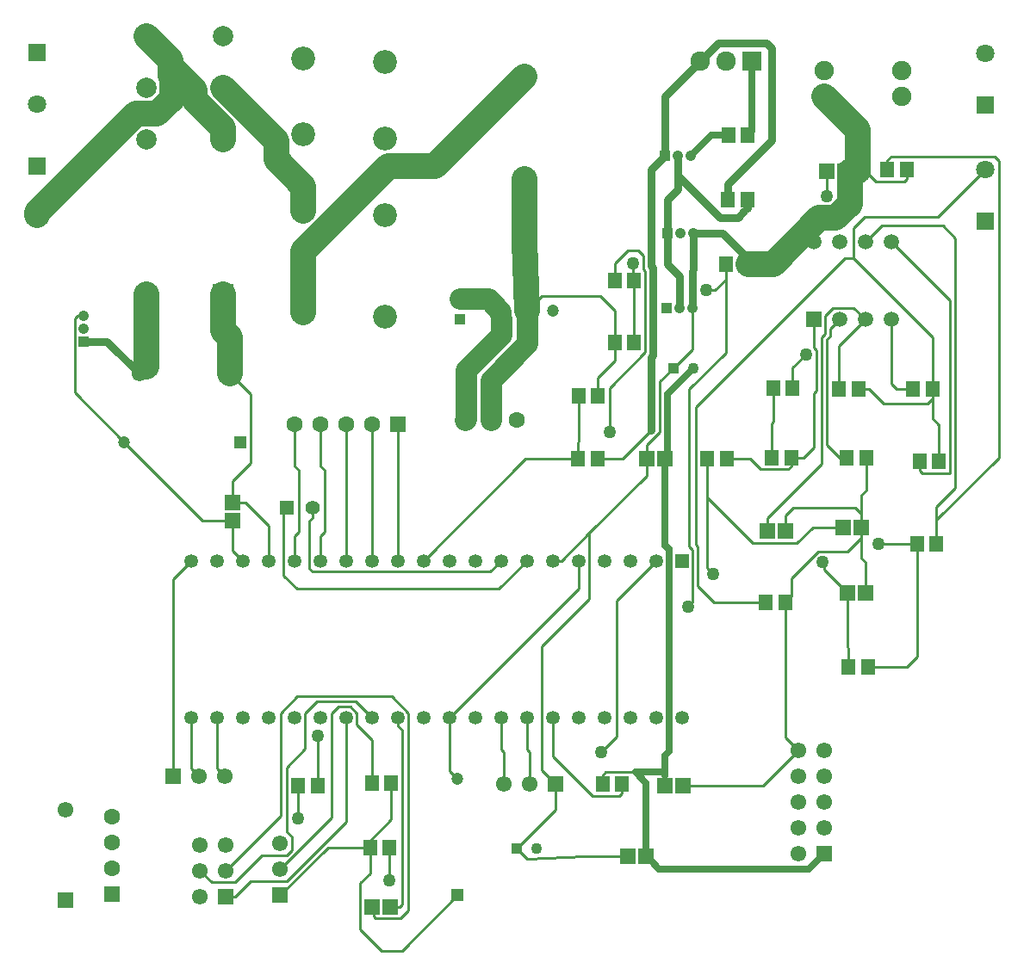
<source format=gtl>
G04*
G04 #@! TF.GenerationSoftware,Altium Limited,Altium Designer,23.0.1 (38)*
G04*
G04 Layer_Physical_Order=1*
G04 Layer_Color=255*
%FSLAX44Y44*%
%MOMM*%
G71*
G04*
G04 #@! TF.SameCoordinates,110CD8AD-1924-4517-BBA5-4E1113904411*
G04*
G04*
G04 #@! TF.FilePolarity,Positive*
G04*
G01*
G75*
%ADD15C,0.2540*%
%ADD17R,1.4000X1.5500*%
%ADD18R,1.5046X1.5562*%
%ADD19R,1.5562X1.5046*%
%ADD27C,1.7780*%
%ADD28R,1.7780X1.7780*%
%ADD42R,2.0000X2.0000*%
%ADD43C,2.0000*%
%ADD44C,1.2000*%
%ADD45R,1.2000X1.2000*%
%ADD46R,1.2000X1.2000*%
%ADD47R,1.3500X1.3500*%
%ADD48C,1.3500*%
%ADD49R,1.5500X1.5500*%
%ADD50C,1.5500*%
%ADD51R,1.5500X1.5500*%
%ADD56C,2.5400*%
%ADD57C,2.1590*%
%ADD58C,0.6350*%
%ADD59C,0.7620*%
%ADD60C,1.2700*%
%ADD61C,1.8000*%
%ADD62R,1.8000X1.8000*%
%ADD63C,1.5000*%
%ADD64R,1.5000X1.5000*%
%ADD65R,1.1000X1.1000*%
%ADD66C,1.1000*%
%ADD67R,1.9200X1.9200*%
%ADD68C,1.9200*%
%ADD69C,1.9050*%
%ADD70R,1.0500X1.0500*%
%ADD71C,1.0500*%
%ADD72R,1.1000X1.1000*%
%ADD73C,1.4000*%
%ADD74R,1.4000X1.4000*%
%ADD75R,1.0500X1.0500*%
%ADD76C,1.6000*%
%ADD77R,1.6000X1.6000*%
%ADD78C,2.3400*%
%ADD79R,1.6000X1.6000*%
%ADD80C,1.2700*%
D15*
X1110000Y1651000D02*
X1117854D01*
X1102145D02*
X1110000D01*
X901080Y1472762D02*
Y1552328D01*
X899160Y1554248D02*
X901080Y1552328D01*
X865886Y1393952D02*
Y1437568D01*
X889000Y1544270D02*
Y1560322D01*
X902852Y1367790D02*
Y1381280D01*
X915670Y1394098D02*
Y1443670D01*
X878586Y1367790D02*
X906780Y1395984D01*
X889000Y1544270D02*
X890220Y1543050D01*
X899160Y1554248D02*
Y1567942D01*
X894080Y1573022D02*
X899160Y1567942D01*
X902852Y1381280D02*
X915670Y1394098D01*
X865886Y1437568D02*
X901080Y1472762D01*
X1001980Y1686560D02*
X1005840Y1690420D01*
X1038860Y1226820D02*
X1044590Y1232550D01*
X1075550Y1266330D02*
X1077494Y1264386D01*
Y1258176D02*
X1099702Y1235968D01*
X1044590Y1232550D02*
Y1249739D01*
X1071341Y1276490D02*
X1100078D01*
X1099702Y1200776D02*
Y1235968D01*
X1044590Y1249739D02*
X1071341Y1276490D01*
X1100078D02*
X1113908Y1290320D01*
X1077494Y1258176D02*
Y1264386D01*
X1074166Y1487036D02*
X1078110Y1490980D01*
X1069340Y1434754D02*
Y1474868D01*
X1079246Y1430291D02*
X1079500Y1430545D01*
X1079246Y1479331D02*
X1079500Y1479077D01*
X1066800Y1432214D02*
X1069340Y1434754D01*
X1074420Y1432650D02*
Y1476973D01*
X1079246Y1479331D02*
Y1484616D01*
X1074166Y1432396D02*
X1074420Y1432650D01*
X1079246Y1381760D02*
Y1430291D01*
X1066800Y1477408D02*
X1069340Y1474868D01*
X1074166Y1477227D02*
X1074420Y1476973D01*
X1045820Y1457300D02*
X1059180Y1470660D01*
X1066800Y1379220D02*
Y1432214D01*
X1074166Y1362456D02*
Y1432396D01*
X1045820Y1437640D02*
Y1457300D01*
X1066800Y1477408D02*
Y1504950D01*
X1079500Y1430545D02*
Y1479077D01*
X1020844Y1309134D02*
X1074166Y1362456D01*
Y1477227D02*
Y1487036D01*
X1056640Y1369060D02*
X1066800Y1379220D01*
X861974Y1059434D02*
X891540D01*
X1113908Y1313316D02*
Y1332484D01*
Y1270000D02*
Y1290320D01*
X819150Y1267460D02*
X846328Y1294638D01*
X962050Y1329792D02*
Y1367790D01*
Y1260450D02*
Y1329792D01*
X1187400Y1307288D02*
Y1320800D01*
Y1283970D02*
Y1307288D01*
X545592Y1252982D02*
Y1319530D01*
X1183590Y1427480D02*
Y1436370D01*
Y1407210D02*
Y1427480D01*
X1105916Y1564894D02*
X1183590Y1487220D01*
X1105662Y1565148D02*
X1105916Y1564894D01*
X980440Y1544320D02*
Y1559560D01*
Y1472184D02*
Y1544320D01*
X495300Y1324728D02*
X508000D01*
X530860Y1301868D01*
Y1267460D02*
Y1301868D01*
X495300Y1324728D02*
Y1345438D01*
X513080Y1363218D01*
Y1431240D01*
X492710Y1451610D02*
X513080Y1431240D01*
X589280Y985520D02*
X630580D01*
X542290Y938530D02*
X589280Y985520D01*
X495300Y1277620D02*
Y1306712D01*
Y1277620D02*
X505460Y1267460D01*
X947420Y1475420D02*
Y1516380D01*
X928690Y1456690D02*
X947420Y1475420D01*
X842010Y976630D02*
X883920D01*
X785114Y973836D02*
X842010Y976630D01*
X774700Y984250D02*
X785114Y973836D01*
X774700Y984250D02*
X812800Y1022350D01*
Y1047750D01*
X1113908Y1270000D02*
X1117718Y1266190D01*
Y1235710D02*
Y1266190D01*
X846328Y1294638D02*
X902852Y1351162D01*
X846328Y1229614D02*
Y1294638D01*
X799592Y1182878D02*
X846328Y1229614D01*
X799592Y1060958D02*
Y1182878D01*
Y1060958D02*
X812800Y1047750D01*
X1038860Y1093470D02*
Y1226820D01*
Y1093470D02*
X1051560Y1080770D01*
X1099702Y1200776D02*
X1101090Y1163320D01*
X488950Y962660D02*
X542798Y1016508D01*
Y1117600D01*
X559308Y1134110D01*
X652018D01*
X668528Y1117600D01*
Y923544D02*
Y1117600D01*
X660400Y915416D02*
X668528Y923544D01*
X635000Y915416D02*
X660400D01*
X632224Y927100D02*
X635000Y915416D01*
X403910Y1451610D02*
X410810Y1458510D01*
X683260Y1267460D02*
X783590Y1367790D01*
X835050D01*
X835660Y1399642D02*
Y1430020D01*
X835050Y1367790D02*
X835660Y1399642D01*
X1130300Y1283970D02*
X1168400D01*
X579070Y1046480D02*
Y1095502D01*
X542290Y963930D02*
X593090Y1014730D01*
Y1117600D01*
X599440Y1123950D01*
X611378D01*
X617728Y1117600D01*
Y1105916D02*
Y1117600D01*
Y1105916D02*
X632510Y1091134D01*
Y1049020D02*
Y1091134D01*
X708660Y1060660D02*
Y1113155D01*
Y1060660D02*
X716280Y1053040D01*
X581660Y1267460D02*
Y1291336D01*
X585978Y1295654D01*
Y1356360D01*
X581660Y1360678D02*
X585978Y1356360D01*
X581660Y1360678D02*
Y1402080D01*
X556260Y1267460D02*
Y1291336D01*
X560578Y1295654D01*
Y1356360D01*
X556260Y1360678D02*
X560578Y1356360D01*
X556260Y1360678D02*
Y1402080D01*
X871220Y1543050D02*
Y1560322D01*
X883920Y1573022D01*
X894080D01*
X436880Y1055370D02*
Y1249680D01*
X454660Y1267460D01*
Y1062990D02*
Y1113155D01*
Y1062990D02*
X462280Y1055370D01*
X480060Y1062990D02*
Y1113155D01*
Y1062990D02*
X487680Y1055370D01*
X607060Y1010666D02*
Y1113155D01*
X548640Y952246D02*
X607060Y1010666D01*
X512956Y952246D02*
X548640D01*
X497970Y937260D02*
X512956Y952246D01*
X488950Y937260D02*
X497970D01*
X878180Y1038860D02*
Y1047750D01*
X875234Y1035914D02*
X878180Y1038860D01*
X849426Y1035914D02*
X875234D01*
X810260Y1075080D02*
X849426Y1035914D01*
X810260Y1075080D02*
Y1113155D01*
X649580Y953262D02*
Y985520D01*
X1189228Y1605788D02*
X1235710Y1652270D01*
X1116584Y1605788D02*
X1189228D01*
X1105916Y1595120D02*
X1116584Y1605788D01*
X1105916Y1564894D02*
Y1595120D01*
X1183590Y1436370D02*
Y1487220D01*
Y1407210D02*
X1189990Y1400810D01*
Y1365250D02*
Y1400810D01*
X890220Y1512620D02*
Y1543050D01*
Y1512620D02*
X890270Y1482090D01*
X560070Y1013968D02*
Y1046480D01*
X943102Y1222248D02*
X947820Y1226966D01*
Y1278128D01*
X944372Y1281576D02*
X947820Y1278128D01*
X944372Y1281576D02*
Y1436116D01*
X980440Y1472184D01*
X969518Y1533398D02*
X980440Y1544320D01*
X961136Y1533398D02*
X969518D01*
X968893Y1226820D02*
X1019860D01*
X952900Y1242812D02*
X968893Y1226820D01*
X952900Y1242812D02*
Y1281440D01*
X951240Y1283100D02*
X952900Y1281440D01*
X951240Y1283100D02*
Y1418854D01*
X1097534Y1565148D01*
X1105662D01*
X962050Y1260450D02*
X968248Y1254252D01*
X661880Y883920D02*
X716280Y938320D01*
X641560Y883920D02*
X661880D01*
X620776Y904704D02*
X641560Y883920D01*
X620776Y904704D02*
Y950062D01*
X630580Y959866D01*
Y985520D01*
X857504Y1079246D02*
X872744Y1094486D01*
Y1228344D01*
X911860Y1267460D01*
X616585Y1129030D02*
X632460Y1113155D01*
X578358Y1129030D02*
X616585D01*
X566928Y1117600D02*
X578358Y1129030D01*
X566928Y1082294D02*
Y1117600D01*
X548386Y1063752D02*
X566928Y1082294D01*
X548386Y1000890D02*
Y1063752D01*
Y1000890D02*
X553850Y995426D01*
Y982980D02*
Y995426D01*
X548640Y977770D02*
X553850Y982980D01*
X524634Y977770D02*
X548640D01*
X497840Y950976D02*
X524634Y977770D01*
X475234Y950976D02*
X497840D01*
X463550Y962660D02*
X475234Y950976D01*
X574040Y1309624D02*
Y1319530D01*
X570992Y1306576D02*
X574040Y1309624D01*
X570992Y1259840D02*
Y1306576D01*
Y1259840D02*
X574040Y1256792D01*
X748792D01*
X759460Y1267460D01*
X545592Y1319530D02*
X548640D01*
X545592Y1252982D02*
X558800Y1239774D01*
X757174D01*
X784860Y1267460D01*
X657860Y1105154D02*
Y1113155D01*
Y1105154D02*
X662432Y1100582D01*
Y929640D02*
Y1100582D01*
X659892Y927100D02*
X662432Y929640D01*
X650240Y927100D02*
X659892D01*
X1079382Y1626108D02*
Y1651000D01*
X1170990Y1356360D02*
Y1365250D01*
Y1356360D02*
X1173784Y1353566D01*
X1200912D01*
Y1523238D01*
X1143000Y1581150D02*
X1200912Y1523238D01*
X1117600Y1581150D02*
X1133856Y1597406D01*
X1193546D01*
X1205992Y1584960D01*
Y1339392D02*
Y1584960D01*
X1187400Y1320800D02*
X1205992Y1339392D01*
X708660Y1113155D02*
X835660Y1240155D01*
Y1267460D01*
X915670Y1443670D02*
X928690Y1456690D01*
X859180Y1047750D02*
Y1056640D01*
X1020844Y1296670D02*
Y1309134D01*
X1078110Y1490980D02*
Y1508760D01*
X1085730Y1516380D01*
X1106170D01*
X1117600Y1504950D01*
X1038860Y1296670D02*
Y1312164D01*
X1046480Y1319784D01*
X1107440D01*
X1113908Y1313316D01*
Y1300480D02*
Y1313316D01*
Y1290320D02*
Y1300480D01*
X962050Y1329792D02*
X1006856Y1284986D01*
X1050290D01*
X1065784Y1300480D01*
X1095892D01*
X1044550Y1369060D02*
X1056640D01*
X1139240Y1652270D02*
Y1661464D01*
X1143000Y1665224D01*
X1244600D01*
X1248664Y1661160D01*
Y1368552D02*
Y1661160D01*
X1187400Y1307288D02*
X1248664Y1368552D01*
X1083190Y1495940D02*
X1092200Y1504950D01*
X1083190Y1488560D02*
Y1495940D01*
X1079246Y1484616D02*
X1083190Y1488560D01*
X1079246Y1381760D02*
X1091946Y1369060D01*
X1099210D01*
X785060Y1513840D02*
X799030Y1527810D01*
X857300D01*
X871270Y1513840D01*
Y1482090D02*
Y1513840D01*
X1178510Y1422400D02*
X1183590Y1427480D01*
X1135380Y1422400D02*
X1178510D01*
X1121410Y1436370D02*
X1135380Y1422400D01*
X1110590Y1436370D02*
X1121410D01*
X854050Y1367790D02*
X878586D01*
X810260Y1267460D02*
X819150D01*
X902852Y1351162D02*
Y1367790D01*
X388410Y1384300D02*
X465998Y1306712D01*
X495300D01*
X998220Y1611376D02*
X1001370Y1614526D01*
X1168400Y1173480D02*
Y1283970D01*
X1158240Y1163320D02*
X1168400Y1173480D01*
X1120090Y1163320D02*
X1158240D01*
X1091590Y1436370D02*
Y1478940D01*
X1117600Y1504950D01*
X630580Y985520D02*
Y992276D01*
X651510Y1013206D01*
Y1049020D01*
X1143000Y1441450D02*
Y1504950D01*
Y1441450D02*
X1148080Y1436370D01*
X1164590D01*
X340106Y1432604D02*
X388410Y1384300D01*
X340106Y1432604D02*
Y1506220D01*
X342646Y1508760D01*
X349250D01*
X938648Y1046480D02*
X1017270D01*
X1051560Y1080770D01*
X1158240Y1643126D02*
Y1652270D01*
X1155700Y1640586D02*
X1158240Y1643126D01*
X1128268Y1640586D02*
X1155700D01*
X1117854Y1651000D02*
X1128268Y1640586D01*
X859180Y1056640D02*
X861974Y1059434D01*
X917838D02*
X920632Y1056640D01*
Y1046480D02*
Y1056640D01*
X1044550Y1360526D02*
Y1369060D01*
X1041400Y1357376D02*
X1044550Y1360526D01*
X1014730Y1357376D02*
X1041400D01*
X1004316Y1367790D02*
X1014730Y1357376D01*
X981050Y1367790D02*
X1004316D01*
X871270Y1464156D02*
Y1482090D01*
X854660Y1447546D02*
X871270Y1464156D01*
X854660Y1430020D02*
Y1447546D01*
X1118210Y1336786D02*
Y1369060D01*
X1113908Y1332484D02*
X1118210Y1336786D01*
X657860Y1267460D02*
Y1402080D01*
X632460Y1267460D02*
Y1402080D01*
X607060Y1267460D02*
Y1402080D01*
X759460Y1081532D02*
Y1113155D01*
Y1081532D02*
X762000Y1078992D01*
Y1047750D02*
Y1078992D01*
X784860Y1081532D02*
Y1113155D01*
Y1081532D02*
X787400Y1078992D01*
Y1047750D02*
Y1078992D01*
X1026820Y1403858D02*
Y1437640D01*
X1025550Y1402588D02*
X1026820Y1403858D01*
X1025550Y1369060D02*
Y1402588D01*
D17*
X1026820Y1437640D02*
D03*
X1045820D02*
D03*
X1099210Y1369060D02*
D03*
X1118210D02*
D03*
X962050Y1367790D02*
D03*
X981050D02*
D03*
X1091590Y1436370D02*
D03*
X1110590D02*
D03*
X1025550Y1369060D02*
D03*
X1044550D02*
D03*
X1019860Y1226820D02*
D03*
X1038860D02*
D03*
X1139240Y1652270D02*
D03*
X1158240D02*
D03*
X1101090Y1163320D02*
D03*
X1120090D02*
D03*
X1170990Y1365250D02*
D03*
X1189990D02*
D03*
X1164590Y1436370D02*
D03*
X1183590D02*
D03*
X1168400Y1283970D02*
D03*
X1187400D02*
D03*
X980440Y1559560D02*
D03*
X999440D02*
D03*
X982980Y1686560D02*
D03*
X1001980D02*
D03*
X982370Y1623060D02*
D03*
X1001370D02*
D03*
X859180Y1047750D02*
D03*
X878180D02*
D03*
X630580Y985520D02*
D03*
X649580D02*
D03*
X560070Y1046480D02*
D03*
X579070D02*
D03*
X632510Y1049020D02*
D03*
X651510D02*
D03*
X871270Y1482090D02*
D03*
X890270D02*
D03*
X871220Y1543050D02*
D03*
X890220D02*
D03*
X835660Y1430020D02*
D03*
X854660D02*
D03*
X835050Y1367790D02*
D03*
X854050D02*
D03*
D18*
X1099702Y1235710D02*
D03*
X1117718D02*
D03*
X1020844Y1296670D02*
D03*
X1038860D02*
D03*
X1095892Y1300480D02*
D03*
X1113908D02*
D03*
X1079382Y1651000D02*
D03*
X1097398D02*
D03*
X902852Y1367790D02*
D03*
X920868D02*
D03*
X632224Y927100D02*
D03*
X650240D02*
D03*
X901936Y976630D02*
D03*
X883920D02*
D03*
X920632Y1046480D02*
D03*
X938648D02*
D03*
D19*
X495300Y1324728D02*
D03*
Y1306712D02*
D03*
D27*
X782320Y1743456D02*
D03*
D28*
Y1643380D02*
D03*
D42*
X485810Y1529500D02*
D03*
D43*
X410810D02*
D03*
X485810Y1732500D02*
D03*
Y1681700D02*
D03*
Y1783300D02*
D03*
X410810D02*
D03*
Y1732500D02*
D03*
Y1681700D02*
D03*
D44*
X810060Y1513840D02*
D03*
X716280Y1053040D02*
D03*
X388410Y1384300D02*
D03*
D45*
X785060Y1513840D02*
D03*
X503130Y1384300D02*
D03*
D46*
X716280Y938320D02*
D03*
D47*
X937260Y1267460D02*
D03*
D48*
X911860D02*
D03*
X886460D02*
D03*
X861060D02*
D03*
X835660D02*
D03*
X810260D02*
D03*
X784860D02*
D03*
X759460D02*
D03*
X734060D02*
D03*
X708660D02*
D03*
X683260D02*
D03*
X657860D02*
D03*
X632460D02*
D03*
X607060D02*
D03*
X581660D02*
D03*
X556260D02*
D03*
X530860D02*
D03*
X505460D02*
D03*
X480060D02*
D03*
X454660D02*
D03*
Y1113155D02*
D03*
X480060D02*
D03*
X505460D02*
D03*
X530860D02*
D03*
X556260D02*
D03*
X581660D02*
D03*
X607060D02*
D03*
X632460D02*
D03*
X657860D02*
D03*
X683260D02*
D03*
X708660D02*
D03*
X734060D02*
D03*
X759460D02*
D03*
X784860D02*
D03*
X810260D02*
D03*
X835660D02*
D03*
X861060D02*
D03*
X886460D02*
D03*
X911860D02*
D03*
X937260D02*
D03*
D49*
X1076960Y979170D02*
D03*
X488950Y937260D02*
D03*
X542290Y938530D02*
D03*
X331470Y933500D02*
D03*
D50*
X1076960Y1004570D02*
D03*
Y1029970D02*
D03*
Y1055370D02*
D03*
Y1080770D02*
D03*
X1051560Y979170D02*
D03*
Y1004570D02*
D03*
Y1029970D02*
D03*
Y1055370D02*
D03*
Y1080770D02*
D03*
X463550Y988060D02*
D03*
Y962660D02*
D03*
X488950Y988060D02*
D03*
Y962660D02*
D03*
X463550Y937260D02*
D03*
X762000Y1047750D02*
D03*
X787400D02*
D03*
X542290Y989330D02*
D03*
Y963930D02*
D03*
X487680Y1055370D02*
D03*
X462280D02*
D03*
X331470Y1022300D02*
D03*
X403910Y1451610D02*
D03*
D51*
X812800Y1047750D02*
D03*
X436880Y1055370D02*
D03*
X492710Y1451610D02*
D03*
D56*
X1102145Y1618338D02*
Y1651000D01*
X1110000D02*
Y1691620D01*
X1076960Y1724660D02*
X1110000Y1691620D01*
X1002680Y1559560D02*
X1027430D01*
X1072388Y1604518D01*
X1088325D02*
X1102145Y1618338D01*
X1072388Y1604518D02*
X1088325D01*
X538210Y1662700D02*
Y1680100D01*
Y1662700D02*
X565150Y1635760D01*
Y1511630D02*
Y1572117D01*
Y1611630D02*
Y1635760D01*
Y1572117D02*
X648843Y1655810D01*
X694674D02*
X782320Y1743456D01*
X485810Y1732500D02*
X538210Y1680100D01*
X648843Y1655810D02*
X694674D01*
X485810Y1681700D02*
Y1692987D01*
X457870Y1720927D02*
X485810Y1692987D01*
X434340Y1753870D02*
X457870Y1730340D01*
Y1720927D02*
Y1730340D01*
X400355Y1706940D02*
X420945D01*
X303530Y1610115D02*
X400355Y1706940D01*
X303530Y1607820D02*
Y1610115D01*
X434340Y1744665D02*
X436050Y1742955D01*
X420945Y1706940D02*
X436050Y1722045D01*
Y1742955D01*
X434340Y1744665D02*
Y1759770D01*
X410810Y1783300D02*
X434340Y1759770D01*
X782320Y1581350D02*
Y1643380D01*
Y1581350D02*
X785060Y1513840D01*
X410810Y1458510D02*
Y1529500D01*
X485810Y1493816D02*
Y1529500D01*
Y1493816D02*
X492710Y1486916D01*
Y1451610D02*
Y1486916D01*
D57*
X785060Y1480855D02*
Y1513840D01*
X759821Y1489741D02*
Y1502260D01*
X718820Y1524950D02*
X746764D01*
X725170Y1455090D02*
X759821Y1489741D01*
X759459Y1502622D02*
X759821Y1502260D01*
X746764Y1524950D02*
X759052Y1512663D01*
X759459Y1502622D01*
X725170Y1407160D02*
Y1455090D01*
X723900Y1405890D02*
X725170Y1407160D01*
X749300Y1406290D02*
Y1445095D01*
X785060Y1480855D01*
D58*
X901936Y976630D02*
Y1049038D01*
Y976372D02*
Y976630D01*
X906284Y972024D02*
X906542D01*
X1061720Y963930D02*
X1076960Y979170D01*
X914636Y963930D02*
X1061720D01*
X906542Y972024D02*
X914636Y963930D01*
X901936Y976372D02*
X906284Y972024D01*
X923290Y1431290D02*
X948690Y1456690D01*
X920868Y1367790D02*
X923290Y1370212D01*
Y1431290D01*
X1005840Y1690420D02*
Y1758950D01*
X920632Y1056640D02*
Y1075944D01*
X891540Y1059434D02*
X917838D01*
X891540D02*
X901936Y1049038D01*
X946150Y1666240D02*
X966470Y1686560D01*
X982980D01*
X920632Y1075944D02*
X924560Y1079872D01*
Y1278890D01*
X920868Y1282582D02*
X924560Y1278890D01*
X920868Y1282582D02*
Y1367790D01*
D59*
X349250Y1483360D02*
X372160D01*
X403910Y1451610D01*
X982370Y1637944D02*
X1025144Y1680718D01*
X972566Y1776476D02*
X1020680D01*
X1025144Y1772012D01*
Y1680718D02*
Y1772012D01*
X933450Y1646682D02*
X974852Y1605280D01*
X992124D02*
X998220Y1611376D01*
X974852Y1605280D02*
X992124D01*
X906780Y1395984D02*
Y1467686D01*
Y1557405D02*
Y1652270D01*
X920750Y1666240D01*
X908700Y1469606D02*
Y1555485D01*
X906780Y1467686D02*
X908700Y1469606D01*
X906780Y1557405D02*
X908700Y1555485D01*
X933450Y1646682D02*
Y1666240D01*
Y1633220D02*
Y1646682D01*
X976884Y1590040D02*
X999440Y1567484D01*
X948690Y1590040D02*
X976884D01*
X955040Y1758950D02*
X972566Y1776476D01*
X982370Y1623060D02*
Y1637944D01*
X1001370Y1614526D02*
Y1623060D01*
X920750Y1666240D02*
Y1724660D01*
X955040Y1758950D01*
X948690Y1553718D02*
Y1590040D01*
X947420Y1552448D02*
X948690Y1553718D01*
X947420Y1516380D02*
Y1552448D01*
X923290Y1623060D02*
X933450Y1633220D01*
X923290Y1590040D02*
Y1623060D01*
Y1558798D02*
Y1590040D01*
Y1558798D02*
X934720Y1547368D01*
Y1516380D02*
Y1547368D01*
D60*
X748900Y1405890D02*
X749300Y1406290D01*
D61*
X1235710Y1766570D02*
D03*
Y1652270D02*
D03*
X303530Y1605280D02*
D03*
Y1717040D02*
D03*
D62*
X1235710Y1715770D02*
D03*
Y1601470D02*
D03*
X303530Y1656080D02*
D03*
Y1767840D02*
D03*
D63*
X1143000Y1581150D02*
D03*
X1117600D02*
D03*
X1092200D02*
D03*
X1066800D02*
D03*
X1143000Y1504950D02*
D03*
X1117600D02*
D03*
X1092200D02*
D03*
D64*
X1066800D02*
D03*
D65*
X928690Y1456690D02*
D03*
X774700Y984250D02*
D03*
D66*
X948690Y1456690D02*
D03*
X794700Y984250D02*
D03*
X718820Y1524950D02*
D03*
D67*
X1005840Y1758950D02*
D03*
D68*
X980440D02*
D03*
X955040D02*
D03*
D69*
X1153160Y1750060D02*
D03*
Y1724660D02*
D03*
X1076960D02*
D03*
Y1750060D02*
D03*
D70*
X922020Y1516380D02*
D03*
X923290Y1590040D02*
D03*
X920750Y1666240D02*
D03*
D71*
X934720Y1516380D02*
D03*
X947420D02*
D03*
X935990Y1590040D02*
D03*
X948690D02*
D03*
X933450Y1666240D02*
D03*
X946150D02*
D03*
X349250Y1496060D02*
D03*
Y1508760D02*
D03*
D72*
X718820Y1504950D02*
D03*
D73*
X574040Y1319530D02*
D03*
D74*
X548640D02*
D03*
D75*
X349250Y1483360D02*
D03*
D76*
X774900Y1405890D02*
D03*
X723900D02*
D03*
X748900D02*
D03*
X377190Y1016000D02*
D03*
Y990600D02*
D03*
Y965200D02*
D03*
X607060Y1402080D02*
D03*
X632460D02*
D03*
X581660D02*
D03*
X556260D02*
D03*
D77*
X377190Y939800D02*
D03*
D78*
X645160Y1757750D02*
D03*
Y1682750D02*
D03*
Y1607750D02*
D03*
Y1507750D02*
D03*
X565150Y1761630D02*
D03*
Y1686630D02*
D03*
Y1611630D02*
D03*
Y1511630D02*
D03*
D79*
X657860Y1402080D02*
D03*
D80*
X889000Y1560322D02*
D03*
X1075550Y1266330D02*
D03*
X1059180Y1470660D02*
D03*
X1130300Y1283970D02*
D03*
X579070Y1095502D02*
D03*
X865886Y1393952D02*
D03*
X649580Y953262D02*
D03*
X560070Y1013968D02*
D03*
X943102Y1222248D02*
D03*
X961136Y1533398D02*
D03*
X968248Y1254252D02*
D03*
X857504Y1079246D02*
D03*
X1079382Y1626108D02*
D03*
M02*

</source>
